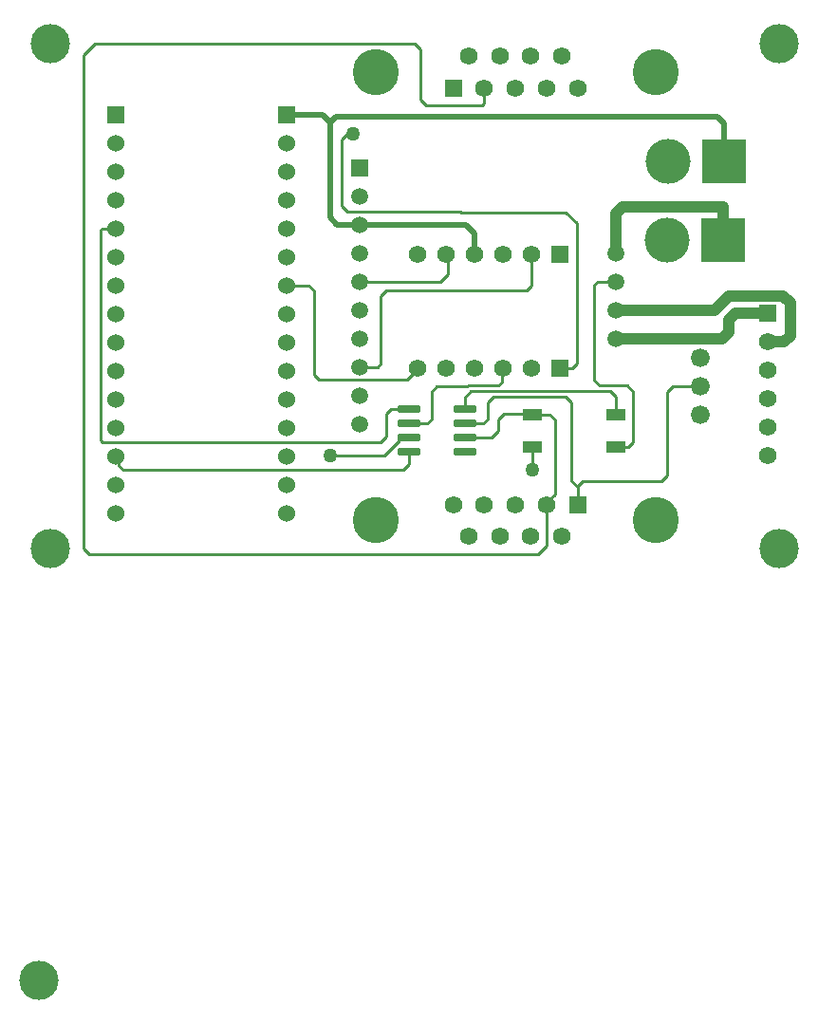
<source format=gtl>
G04*
G04 #@! TF.GenerationSoftware,Altium Limited,Altium Designer,22.8.2 (66)*
G04*
G04 Layer_Physical_Order=1*
G04 Layer_Color=255*
%FSLAX42Y42*%
%MOMM*%
G71*
G04*
G04 #@! TF.SameCoordinates,A2DC5003-0238-437C-B528-B030F6F49A69*
G04*
G04*
G04 #@! TF.FilePolarity,Positive*
G04*
G01*
G75*
%ADD13C,0.25*%
G04:AMPARAMS|DCode=14|XSize=1.97mm|YSize=0.6mm|CornerRadius=0.08mm|HoleSize=0mm|Usage=FLASHONLY|Rotation=0.000|XOffset=0mm|YOffset=0mm|HoleType=Round|Shape=RoundedRectangle|*
%AMROUNDEDRECTD14*
21,1,1.97,0.45,0,0,0.0*
21,1,1.82,0.60,0,0,0.0*
1,1,0.15,0.91,-0.23*
1,1,0.15,-0.91,-0.23*
1,1,0.15,-0.91,0.23*
1,1,0.15,0.91,0.23*
%
%ADD14ROUNDEDRECTD14*%
%ADD15R,1.77X1.13*%
%ADD33C,0.50*%
%ADD34C,1.00*%
%ADD35C,4.12*%
%ADD36R,1.58X1.58*%
%ADD37C,1.58*%
%ADD38R,1.51X1.51*%
%ADD39C,1.51*%
%ADD40C,1.53*%
%ADD41R,1.53X1.53*%
%ADD42R,1.56X1.56*%
%ADD43C,1.56*%
%ADD44C,4.00*%
%ADD45R,4.00X4.00*%
%ADD46C,3.50*%
%ADD47R,1.56X1.56*%
%ADD48C,1.68*%
%ADD49C,1.27*%
D13*
X3200Y1200D02*
X3250Y1250D01*
X900Y950D02*
X3400D01*
X716Y1200D02*
X3200D01*
X701Y1215D02*
X716Y1200D01*
X3400Y950D02*
X3453Y1003D01*
X701Y1215D02*
Y3091D01*
X2750Y1080D02*
X3230D01*
X862Y988D02*
X900Y950D01*
X3453Y1003D02*
Y1110D01*
X862Y988D02*
Y1049D01*
X2850Y3900D02*
X2850D01*
X2900Y3950D01*
X2950D01*
X2850Y3307D02*
Y3900D01*
Y3307D02*
X2903Y3253D01*
X3910D01*
X3913Y3250D01*
X4850D01*
X4950Y3150D01*
Y1900D02*
Y3150D01*
X4905Y1855D02*
X4950Y1900D01*
X4795Y1855D02*
X4905D01*
X5403Y1153D02*
X5450Y1200D01*
X5300Y1153D02*
X5403D01*
X5450Y1200D02*
Y1650D01*
X5150Y1702D02*
X5398D01*
X5450Y1650D01*
X5100Y1752D02*
X5150Y1702D01*
X5100Y1752D02*
Y2600D01*
X5132Y2632D01*
X5300D01*
X3550Y4250D02*
X3600Y4200D01*
X4123Y4223D02*
Y4358D01*
X3600Y4200D02*
X4100D01*
X4123Y4223D01*
X3550Y4250D02*
Y4700D01*
X4677Y277D02*
Y661D01*
X600Y200D02*
X4600D01*
X4677Y277D01*
X550Y250D02*
X600Y200D01*
X550Y250D02*
Y4650D01*
X650Y4750D02*
X3500D01*
X550Y4650D02*
X650Y4750D01*
X3947Y1597D02*
X4001Y1651D01*
X5249D01*
X3976Y1702D02*
X4250D01*
X4282Y1734D02*
Y1840D01*
X3700Y1700D02*
X3974D01*
X4282Y1840D02*
X4292Y1850D01*
X4250Y1702D02*
X4282Y1734D01*
X5249Y1651D02*
X5300Y1600D01*
X3947Y1490D02*
Y1597D01*
X3974Y1700D02*
X3976Y1702D01*
X716Y3106D02*
X838D01*
X701Y3091D02*
X716Y3106D01*
X3500Y4750D02*
X3550Y4700D01*
X3732Y2632D02*
X3800Y2700D01*
X3784Y2866D02*
X3800Y2850D01*
Y2700D02*
Y2850D01*
X2552Y2598D02*
X2600Y2550D01*
X2362Y2598D02*
X2552D01*
X2600Y1800D02*
Y2550D01*
Y1800D02*
X2643Y1757D01*
X3437D02*
X3530Y1850D01*
X2643Y1757D02*
X3437D01*
X4546Y2596D02*
Y2866D01*
X3250Y2550D02*
X4500D01*
X4546Y2596D01*
X3200Y1900D02*
Y2500D01*
X3250Y2550D01*
X3014Y1870D02*
X3170D01*
X3200Y1900D01*
X3014Y2632D02*
X3732D01*
X3650Y1650D02*
X3700Y1700D01*
X3650Y1400D02*
Y1650D01*
X3453Y1364D02*
X3613D01*
X3650Y1400D01*
X4850Y1600D02*
X4900Y1550D01*
X4200Y1600D02*
X4850D01*
X4900Y850D02*
Y1550D01*
X4150D02*
X4200Y1600D01*
X4150Y1400D02*
Y1550D01*
X5300Y1450D02*
Y1600D01*
X4550Y1000D02*
Y1153D01*
X3367Y1217D02*
Y1219D01*
X3385Y1236D01*
X3453D01*
X3230Y1080D02*
X3367Y1217D01*
X3250Y1250D02*
Y1450D01*
X4677Y661D02*
X4750Y734D01*
Y1400D01*
X4703Y1447D02*
X4750Y1400D01*
X4550Y1447D02*
X4703D01*
X4250Y1300D02*
Y1400D01*
X4187Y1236D02*
X4250Y1300D01*
X3947Y1236D02*
X4187D01*
X4300Y1450D02*
X4547D01*
X4250Y1400D02*
X4300Y1450D01*
X4547D02*
X4550Y1447D01*
X4113Y1364D02*
X4150Y1400D01*
X4900Y850D02*
X4946Y804D01*
X4954D01*
X3947Y1364D02*
X4113D01*
X5800Y1700D02*
X6050D01*
X5750Y1650D02*
X5800Y1700D01*
X5750Y900D02*
Y1650D01*
X5000Y850D02*
X5700D01*
X5750Y900D01*
X4954Y642D02*
Y804D01*
X5000Y850D01*
X838Y1073D02*
X862Y1049D01*
X3290Y1490D02*
X3453D01*
X3250Y1450D02*
X3290Y1490D01*
D14*
X3453D02*
D03*
Y1364D02*
D03*
Y1236D02*
D03*
Y1110D02*
D03*
X3947D02*
D03*
Y1236D02*
D03*
Y1364D02*
D03*
Y1490D02*
D03*
D15*
X4550Y1447D02*
D03*
Y1153D02*
D03*
X5300Y1447D02*
D03*
Y1153D02*
D03*
D33*
X6200Y4100D02*
X6260Y4040D01*
X2800Y4100D02*
X6200D01*
X2750Y4050D02*
X2800Y4100D01*
X6260Y3700D02*
Y4040D01*
X3014Y3140D02*
X3960D01*
X4038Y2866D02*
Y3062D01*
X3960Y3140D02*
X4038Y3062D01*
X2810Y3140D02*
X3014D01*
X2750Y3200D02*
Y4050D01*
Y3200D02*
X2810Y3140D01*
X2678Y4122D02*
X2750Y4050D01*
X2362Y4122D02*
X2678D01*
D34*
X6178Y2378D02*
X6303Y2503D01*
X5300Y2378D02*
X6178D01*
X6300Y2291D02*
X6359Y2350D01*
X6300Y2183D02*
Y2291D01*
X6359Y2350D02*
X6650D01*
X6303Y2503D02*
X6788D01*
X6850Y2150D02*
Y2441D01*
X6788Y2503D02*
X6850Y2441D01*
X6796Y2096D02*
X6850Y2150D01*
X6650Y2096D02*
X6796D01*
X6241Y2124D02*
X6300Y2183D01*
X5300Y2124D02*
X6241D01*
X5300Y2886D02*
Y3241D01*
X5359Y3300D01*
X6250D01*
Y3000D02*
Y3300D01*
D35*
X5649Y500D02*
D03*
X3150D02*
D03*
X5649Y4500D02*
D03*
X3150D02*
D03*
D36*
X4954Y642D02*
D03*
X3846Y4358D02*
D03*
D37*
X4815Y358D02*
D03*
X4677Y642D02*
D03*
X4538Y358D02*
D03*
X4400Y642D02*
D03*
X4262Y358D02*
D03*
X4123Y642D02*
D03*
X3985Y358D02*
D03*
X3846Y642D02*
D03*
X4954Y4358D02*
D03*
X4815Y4642D02*
D03*
X4677Y4358D02*
D03*
X4538Y4642D02*
D03*
X4400Y4358D02*
D03*
X4262Y4642D02*
D03*
X4123Y4358D02*
D03*
X3985Y4642D02*
D03*
D38*
X3014Y3648D02*
D03*
D39*
Y3140D02*
D03*
Y2886D02*
D03*
Y2632D02*
D03*
Y2378D02*
D03*
Y2124D02*
D03*
Y1870D02*
D03*
Y1616D02*
D03*
Y1362D02*
D03*
Y3394D02*
D03*
X5300Y2886D02*
D03*
Y2632D02*
D03*
Y2378D02*
D03*
Y2124D02*
D03*
D40*
X838Y566D02*
D03*
Y819D02*
D03*
Y1073D02*
D03*
Y1327D02*
D03*
Y1581D02*
D03*
Y1835D02*
D03*
Y2090D02*
D03*
Y2343D02*
D03*
Y2598D02*
D03*
Y2851D02*
D03*
Y3106D02*
D03*
Y3360D02*
D03*
Y3613D02*
D03*
Y3867D02*
D03*
X2362Y566D02*
D03*
Y819D02*
D03*
Y1073D02*
D03*
Y1327D02*
D03*
Y1581D02*
D03*
Y1835D02*
D03*
Y2090D02*
D03*
Y2343D02*
D03*
Y2598D02*
D03*
Y2851D02*
D03*
Y3106D02*
D03*
Y3360D02*
D03*
Y3613D02*
D03*
Y3867D02*
D03*
D41*
X838Y4122D02*
D03*
X2362D02*
D03*
D42*
X4795Y2871D02*
D03*
Y1855D02*
D03*
D43*
X4287Y2871D02*
D03*
X4033D02*
D03*
X3779D02*
D03*
X3525D02*
D03*
X4541D02*
D03*
Y1855D02*
D03*
X4287D02*
D03*
X4033D02*
D03*
X3779D02*
D03*
X3525D02*
D03*
X6650Y1080D02*
D03*
Y1334D02*
D03*
Y1588D02*
D03*
Y1842D02*
D03*
Y2096D02*
D03*
D44*
X5760Y3700D02*
D03*
X5750Y3000D02*
D03*
D45*
X6260Y3700D02*
D03*
X6250Y3000D02*
D03*
D46*
X250Y250D02*
D03*
X6750D02*
D03*
Y4750D02*
D03*
X250D02*
D03*
X150Y-3600D02*
D03*
D47*
X6650Y2350D02*
D03*
D48*
X6050Y1954D02*
D03*
Y1446D02*
D03*
Y1700D02*
D03*
D49*
X2750Y1080D02*
D03*
X2950Y3950D02*
D03*
X4550Y950D02*
D03*
M02*

</source>
